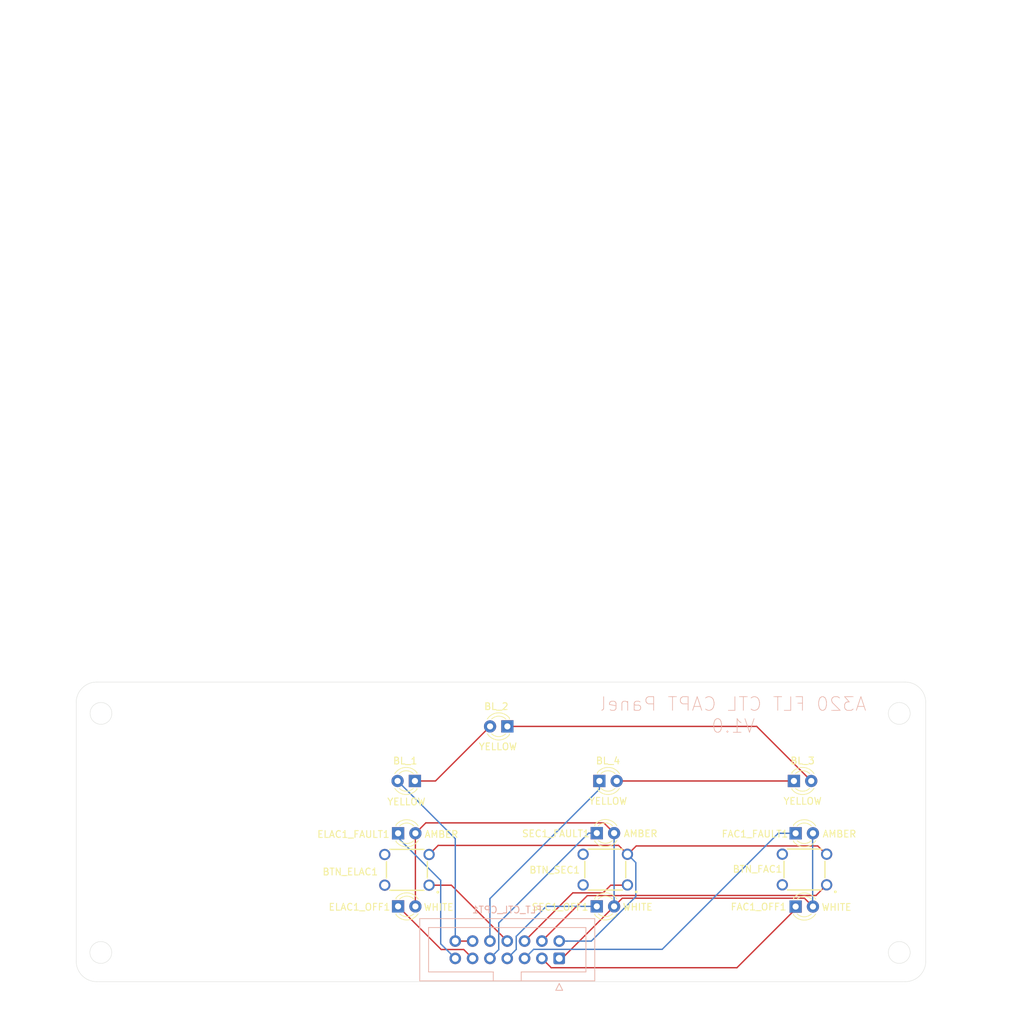
<source format=kicad_pcb>
(kicad_pcb (version 20240108) (generator "pcbnew") (generator_version "8.0")
  (title_block (title "A320 FLT CTL CAPT Panel") (date "2024-11-17") (rev "V1.0") (company "S.K."))
  (layers (0 "F.Cu" signal) (31 "B.Cu" signal) (34 "B.Paste" user) (35 "F.Paste" user) (36 "B.SilkS" user "B.Silkscreen") (37 "F.SilkS" user "F.Silkscreen") (38 "B.Mask" user) (39 "F.Mask" user) (44 "Edge.Cuts" user))
  (net 0 "")
  (net 1 "GND")
  (net 2 "12V_IN")
  (net 3 "Net-(BL_1-K)")
  (net 4 "Net-(BL_2-K)")
  (net 5 "Net-(BL_3-K)")
  (net 6 "BACKLIGHT_EXT")
  (net 7 "ELAC1_OFF")
  (net 8 "SEC1_OFF")
  (net 9 "FAC1_FAULT")
  (net 11 "BTN_ELAC1")
  (net 14 "FAC1_OFF")
  (net 16 "+5V")
  (net 17 "ELAC1_FAULT")
  (net 18 "SEC1_FAULT")
  (net 19 "BTN_FAC1")
  (net 21 "BTN_SEC1")
  (footprint "LED_THT:LED_D3.0mm" (layer "F.Cu") (at 161.29 97.3328)
    (property "Reference" "SEC1_FAULT1" (at -6.0148 0.0762 0) (layer "F.SilkS"))
    (property "Value" "AMBER" (at 6.4312 0.0762 0) (layer "F.SilkS"))
    (fp_line (start -0.29 -1.236) (end -0.29 -1.08) (stroke (width 0.12)) (layer "F.SilkS"))
    (fp_line (start -0.29 1.08) (end -0.29 1.236) (stroke (width 0.12)) (layer "F.SilkS"))
    (fp_arc (start -0.29 -1.235516) (mid 1.366487 -1.987659) (end 2.942335 -1.078608) (stroke (width 0.12)) (layer "F.SilkS"))
    (fp_arc (start 0.229039 -1.08) (mid 1.270117 -1.5) (end 2.31113 -1.079837) (stroke (width 0.12)) (layer "F.SilkS"))
    (fp_arc (start 2.31113 1.079837) (mid 1.270117 1.5) (end 0.229039 1.08) (stroke (width 0.12)) (layer "F.SilkS"))
    (fp_arc (start 2.942335 1.078608) (mid 1.366487 1.987659) (end -0.29 1.235516) (stroke (width 0.12)) (layer "F.SilkS"))
    (pad "1" thru_hole rect (at 0 0) (size 1.8 1.8) (drill 0.9) (layers "*.Cu" "*.Mask") (net 18 "SEC1_FAULT"))
    (pad "2" thru_hole circle (at 2.54 0) (size 1.8 1.8) (drill 0.9) (layers "*.Cu" "*.Mask") (net 16 "+5V"))
  )
  (footprint "LED_THT:LED_D3.0mm" (layer "F.Cu") (at 190.4442 108.1024)
    (property "Reference" "FAC1_OFF1" (at -5.4306 0.0508 0) (layer "F.SilkS"))
    (property "Value" "WHITE" (at 5.9994 0.1016 0) (layer "F.SilkS"))
    (fp_line (start -0.29 -1.236) (end -0.29 -1.08) (stroke (width 0.12)) (layer "F.SilkS"))
    (fp_line (start -0.29 1.08) (end -0.29 1.236) (stroke (width 0.12)) (layer "F.SilkS"))
    (fp_arc (start -0.29 -1.235516) (mid 1.366487 -1.987659) (end 2.942335 -1.078608) (stroke (width 0.12)) (layer "F.SilkS"))
    (fp_arc (start 0.229039 -1.08) (mid 1.270117 -1.5) (end 2.31113 -1.079837) (stroke (width 0.12)) (layer "F.SilkS"))
    (fp_arc (start 2.31113 1.079837) (mid 1.270117 1.5) (end 0.229039 1.08) (stroke (width 0.12)) (layer "F.SilkS"))
    (fp_arc (start 2.942335 1.078608) (mid 1.366487 1.987659) (end -0.29 1.235516) (stroke (width 0.12)) (layer "F.SilkS"))
    (pad "1" thru_hole rect (at 0 0) (size 1.8 1.8) (drill 0.9) (layers "*.Cu" "*.Mask") (net 14 "FAC1_OFF"))
    (pad "2" thru_hole circle (at 2.54 0) (size 1.8 1.8) (drill 0.9) (layers "*.Cu" "*.Mask") (net 16 "+5V"))
  )
  (footprint "LED_THT:LED_D3.0mm" (layer "F.Cu") (at 190.1952 89.6874)
    (property "Reference" "BL_3" (at 1.27 -2.96 0) (layer "F.SilkS"))
    (property "Value" "YELLOW" (at 1.27 2.96 0) (layer "F.SilkS"))
    (fp_line (start -0.29 -1.236) (end -0.29 -1.08) (stroke (width 0.12)) (layer "F.SilkS"))
    (fp_line (start -0.29 1.08) (end -0.29 1.236) (stroke (width 0.12)) (layer "F.SilkS"))
    (fp_arc (start -0.29 -1.235516) (mid 1.366487 -1.987659) (end 2.942335 -1.078608) (stroke (width 0.12)) (layer "F.SilkS"))
    (fp_arc (start 0.229039 -1.08) (mid 1.270117 -1.5) (end 2.31113 -1.079837) (stroke (width 0.12)) (layer "F.SilkS"))
    (fp_arc (start 2.31113 1.079837) (mid 1.270117 1.5) (end 0.229039 1.08) (stroke (width 0.12)) (layer "F.SilkS"))
    (fp_arc (start 2.942335 1.078608) (mid 1.366487 1.987659) (end -0.29 1.235516) (stroke (width 0.12)) (layer "F.SilkS"))
    (pad "1" thru_hole rect (at 0 0) (size 1.8 1.8) (drill 0.9) (layers "*.Cu" "*.Mask") (net 5 "Net-(BL_3-K)"))
    (pad "2" thru_hole circle (at 2.54 0) (size 1.8 1.8) (drill 0.9) (layers "*.Cu" "*.Mask") (net 4 "Net-(BL_2-K)"))
  )
  (footprint "LED_THT:LED_D3.0mm" (layer "F.Cu") (at 134.625 89.6874 180)
    (property "Reference" "BL_1" (at 1.4274 2.9464 0) (layer "F.SilkS"))
    (property "Value" "YELLOW" (at 1.2496 -3.048 0) (layer "F.SilkS"))
    (fp_line (start -0.29 1.08) (end -0.29 1.236) (stroke (width 0.12)) (layer "F.SilkS"))
    (fp_line (start -0.29 -1.236) (end -0.29 -1.08) (stroke (width 0.12)) (layer "F.SilkS"))
    (fp_arc (start 2.942335 1.078608) (mid 1.366487 1.987659) (end -0.29 1.235516) (stroke (width 0.12)) (layer "F.SilkS"))
    (fp_arc (start 2.31113 1.079837) (mid 1.270117 1.5) (end 0.229039 1.08) (stroke (width 0.12)) (layer "F.SilkS"))
    (fp_arc (start 0.229039 -1.08) (mid 1.270117 -1.5) (end 2.31113 -1.079837) (stroke (width 0.12)) (layer "F.SilkS"))
    (fp_arc (start -0.29 -1.235516) (mid 1.366487 -1.987659) (end 2.942335 -1.078608) (stroke (width 0.12)) (layer "F.SilkS"))
    (pad "1" thru_hole rect (at 0 0 180) (size 1.8 1.8) (drill 0.9) (layers "*.Cu" "*.Mask") (net 3 "Net-(BL_1-K)"))
    (pad "2" thru_hole circle (at 2.54 0 180) (size 1.8 1.8) (drill 0.9) (layers "*.Cu" "*.Mask") (net 2 "12V_IN"))
  )
  (footprint "LED_THT:LED_D3.0mm" (layer "F.Cu") (at 190.4442 97.3582)
    (property "Reference" "FAC1_FAULT1" (at -5.969 0.1016 0) (layer "F.SilkS"))
    (property "Value" "AMBER" (at 6.4262 0.1016 0) (layer "F.SilkS"))
    (fp_line (start -0.29 -1.236) (end -0.29 -1.08) (stroke (width 0.12)) (layer "F.SilkS"))
    (fp_line (start -0.29 1.08) (end -0.29 1.236) (stroke (width 0.12)) (layer "F.SilkS"))
    (fp_arc (start -0.29 -1.235516) (mid 1.366487 -1.987659) (end 2.942335 -1.078608) (stroke (width 0.12)) (layer "F.SilkS"))
    (fp_arc (start 0.229039 -1.08) (mid 1.270117 -1.5) (end 2.31113 -1.079837) (stroke (width 0.12)) (layer "F.SilkS"))
    (fp_arc (start 2.31113 1.079837) (mid 1.270117 1.5) (end 0.229039 1.08) (stroke (width 0.12)) (layer "F.SilkS"))
    (fp_arc (start 2.942335 1.078608) (mid 1.366487 1.987659) (end -0.29 1.235516) (stroke (width 0.12)) (layer "F.SilkS"))
    (pad "1" thru_hole rect (at 0 0) (size 1.8 1.8) (drill 0.9) (layers "*.Cu" "*.Mask") (net 9 "FAC1_FAULT"))
    (pad "2" thru_hole circle (at 2.54 0) (size 1.8 1.8) (drill 0.9) (layers "*.Cu" "*.Mask") (net 16 "+5V"))
  )
  (footprint "LED_THT:LED_D3.0mm" (layer "F.Cu") (at 148.1836 81.6864 180)
    (property "Reference" "BL_2" (at 1.6256 2.921 0) (layer "F.SilkS"))
    (property "Value" "YELLOW" (at 1.397 -2.9718 0) (layer "F.SilkS"))
    (fp_line (start -0.29 1.08) (end -0.29 1.236) (stroke (width 0.12)) (layer "F.SilkS"))
    (fp_line (start -0.29 -1.236) (end -0.29 -1.08) (stroke (width 0.12)) (layer "F.SilkS"))
    (fp_arc (start 2.942335 1.078608) (mid 1.366487 1.987659) (end -0.29 1.235516) (stroke (width 0.12)) (layer "F.SilkS"))
    (fp_arc (start 2.31113 1.079837) (mid 1.270117 1.5) (end 0.229039 1.08) (stroke (width 0.12)) (layer "F.SilkS"))
    (fp_arc (start 0.229039 -1.08) (mid 1.270117 -1.5) (end 2.31113 -1.079837) (stroke (width 0.12)) (layer "F.SilkS"))
    (fp_arc (start -0.29 -1.235516) (mid 1.366487 -1.987659) (end 2.942335 -1.078608) (stroke (width 0.12)) (layer "F.SilkS"))
    (pad "1" thru_hole rect (at 0 0 180) (size 1.8 1.8) (drill 0.9) (layers "*.Cu" "*.Mask") (net 4 "Net-(BL_2-K)"))
    (pad "2" thru_hole circle (at 2.54 0 180) (size 1.8 1.8) (drill 0.9) (layers "*.Cu" "*.Mask") (net 3 "Net-(BL_1-K)"))
  )
  (footprint "LED_THT:LED_D3.0mm" (layer "F.Cu") (at 161.29 108.077)
    (property "Reference" "SEC1_OFF1" (at -5.3798 0.1016 0) (layer "F.SilkS"))
    (property "Value" "WHITE" (at 5.9994 0.1016 0) (layer "F.SilkS"))
    (fp_line (start -0.29 -1.236) (end -0.29 -1.08) (stroke (width 0.12)) (layer "F.SilkS"))
    (fp_line (start -0.29 1.08) (end -0.29 1.236) (stroke (width 0.12)) (layer "F.SilkS"))
    (fp_arc (start -0.29 -1.235516) (mid 1.366487 -1.987659) (end 2.942335 -1.078608) (stroke (width 0.12)) (layer "F.SilkS"))
    (fp_arc (start 0.229039 -1.08) (mid 1.270117 -1.5) (end 2.31113 -1.079837) (stroke (width 0.12)) (layer "F.SilkS"))
    (fp_arc (start 2.31113 1.079837) (mid 1.270117 1.5) (end 0.229039 1.08) (stroke (width 0.12)) (layer "F.SilkS"))
    (fp_arc (start 2.942335 1.078608) (mid 1.366487 1.987659) (end -0.29 1.235516) (stroke (width 0.12)) (layer "F.SilkS"))
    (pad "1" thru_hole rect (at 0 0) (size 1.8 1.8) (drill 0.9) (layers "*.Cu" "*.Mask") (net 8 "SEC1_OFF"))
    (pad "2" thru_hole circle (at 2.54 0) (size 1.8 1.8) (drill 0.9) (layers "*.Cu" "*.Mask") (net 16 "+5V"))
  )
  (footprint "LED_THT:LED_D3.0mm" (layer "F.Cu") (at 132.1562 97.3582)
    (property "Reference" "ELAC1_FAULT1" (at -6.5532 0.1524 0) (layer "F.SilkS"))
    (property "Value" "AMBER" (at 6.35 0.1524 0) (layer "F.SilkS"))
    (fp_line (start -0.29 -1.236) (end -0.29 -1.08) (stroke (width 0.12)) (layer "F.SilkS"))
    (fp_line (start -0.29 1.08) (end -0.29 1.236) (stroke (width 0.12)) (layer "F.SilkS"))
    (fp_arc (start -0.29 -1.235516) (mid 1.366487 -1.987659) (end 2.942335 -1.078608) (stroke (width 0.12)) (layer "F.SilkS"))
    (fp_arc (start 0.229039 -1.08) (mid 1.270117 -1.5) (end 2.31113 -1.079837) (stroke (width 0.12)) (layer "F.SilkS"))
    (fp_arc (start 2.31113 1.079837) (mid 1.270117 1.5) (end 0.229039 1.08) (stroke (width 0.12)) (layer "F.SilkS"))
    (fp_arc (start 2.942335 1.078608) (mid 1.366487 1.987659) (end -0.29 1.235516) (stroke (width 0.12)) (layer "F.SilkS"))
    (pad "1" thru_hole rect (at 0 0) (size 1.8 1.8) (drill 0.9) (layers "*.Cu" "*.Mask") (net 17 "ELAC1_FAULT"))
    (pad "2" thru_hole circle (at 2.54 0) (size 1.8 1.8) (drill 0.9) (layers "*.Cu" "*.Mask") (net 16 "+5V"))
  )
  (footprint "LED_THT:LED_D3.0mm" (layer "F.Cu") (at 132.1562 108.077)
    (property "Reference" "ELAC1_OFF1" (at -5.6642 0.1016 0) (layer "F.SilkS"))
    (property "Value" "WHITE" (at 5.9436 0.127 0) (layer "F.SilkS"))
    (fp_line (start -0.29 -1.236) (end -0.29 -1.08) (stroke (width 0.12)) (layer "F.SilkS"))
    (fp_line (start -0.29 1.08) (end -0.29 1.236) (stroke (width 0.12)) (layer "F.SilkS"))
    (fp_arc (start -0.29 -1.235516) (mid 1.366487 -1.987659) (end 2.942335 -1.078608) (stroke (width 0.12)) (layer "F.SilkS"))
    (fp_arc (start 0.229039 -1.08) (mid 1.270117 -1.5) (end 2.31113 -1.079837) (stroke (width 0.12)) (layer "F.SilkS"))
    (fp_arc (start 2.31113 1.079837) (mid 1.270117 1.5) (end 0.229039 1.08) (stroke (width 0.12)) (layer "F.SilkS"))
    (fp_arc (start 2.942335 1.078608) (mid 1.366487 1.987659) (end -0.29 1.235516) (stroke (width 0.12)) (layer "F.SilkS"))
    (pad "1" thru_hole rect (at 0 0) (size 1.8 1.8) (drill 0.9) (layers "*.Cu" "*.Mask") (net 7 "ELAC1_OFF"))
    (pad "2" thru_hole circle (at 2.54 0) (size 1.8 1.8) (drill 0.9) (layers "*.Cu" "*.Mask") (net 16 "+5V"))
  )
  (footprint "SamacSys_Parts:B3F1000" (layer "F.Cu") (at 133.4516 102.7176)
    (property "Reference" "BTN_ELAC1" (at -8.3058 0.2921 0) (layer "F.SilkS"))
    (property "Value" "B3F-1055" (hide yes))
    (fp_line (start -3 -1.2) (end -3 1.2) (stroke (width 0.2)) (layer "F.SilkS"))
    (fp_line (start -2.5 -3) (end 2.5 -3) (stroke (width 0.2)) (layer "F.SilkS"))
    (fp_line (start -2.5 3) (end 2.5 3) (stroke (width 0.2)) (layer "F.SilkS"))
    (fp_line (start 3 -1.2) (end 3 1.2) (stroke (width 0.2)) (layer "F.SilkS"))
    (fp_circle (center 4.527 3.273) (end 4.527 3.37588) (stroke (width 0.2)) (fill none) (layer "F.SilkS"))
    (pad "1" thru_hole circle (at 3.25 2.25) (size 1.65 1.65) (drill 1.1) (layers "*.Cu" "*.Mask") (net 11 "BTN_ELAC1"))
    (pad "2" thru_hole circle (at -3.25 2.25) (size 1.65 1.65) (drill 1.1) (layers "*.Cu" "*.Mask"))
    (pad "3" thru_hole circle (at 3.25 -2.25) (size 1.65 1.65) (drill 1.1) (layers "*.Cu" "*.Mask") (net 1 "GND"))
    (pad "4" thru_hole circle (at -3.25 -2.25) (size 1.65 1.65) (drill 1.1) (layers "*.Cu" "*.Mask"))
  )
  (footprint "SamacSys_Parts:B3F1000" (layer "F.Cu") (at 191.7446 102.6668)
    (property "Reference" "BTN_FAC1" (at -6.8834 -0.055 0) (layer "F.SilkS"))
    (property "Value" "B3F-1055" (hide yes))
    (fp_line (start -3 -1.2) (end -3 1.2) (stroke (width 0.2)) (layer "F.SilkS"))
    (fp_line (start -2.5 -3) (end 2.5 -3) (stroke (width 0.2)) (layer "F.SilkS"))
    (fp_line (start -2.5 3) (end 2.5 3) (stroke (width 0.2)) (layer "F.SilkS"))
    (fp_line (start 3 -1.2) (end 3 1.2) (stroke (width 0.2)) (layer "F.SilkS"))
    (fp_circle (center 4.527 3.273) (end 4.527 3.37588) (stroke (width 0.2)) (fill none) (layer "F.SilkS"))
    (pad "1" thru_hole circle (at 3.25 2.25) (size 1.65 1.65) (drill 1.1) (layers "*.Cu" "*.Mask") (net 19 "BTN_FAC1"))
    (pad "2" thru_hole circle (at -3.25 2.25) (size 1.65 1.65) (drill 1.1) (layers "*.Cu" "*.Mask"))
    (pad "3" thru_hole circle (at 3.25 -2.25) (size 1.65 1.65) (drill 1.1) (layers "*.Cu" "*.Mask") (net 1 "GND"))
    (pad "4" thru_hole circle (at -3.25 -2.25) (size 1.65 1.65) (drill 1.1) (layers "*.Cu" "*.Mask"))
  )
  (footprint "SamacSys_Parts:B3F1000" (layer "F.Cu") (at 162.53736 102.68206)
    (property "Reference" "BTN_SEC1" (at -7.41956 0.06094 0) (layer "F.SilkS"))
    (property "Value" "B3F-1055" (hide yes))
    (fp_line (start -3 -1.2) (end -3 1.2) (stroke (width 0.2)) (layer "F.SilkS"))
    (fp_line (start -2.5 -3) (end 2.5 -3) (stroke (width 0.2)) (layer "F.SilkS"))
    (fp_line (start -2.5 3) (end 2.5 3) (stroke (width 0.2)) (layer "F.SilkS"))
    (fp_line (start 3 -1.2) (end 3 1.2) (stroke (width 0.2)) (layer "F.SilkS"))
    (fp_circle (center 4.527 3.273) (end 4.527 3.37588) (stroke (width 0.2)) (fill none) (layer "F.SilkS"))
    (pad "1" thru_hole circle (at 3.25 2.25) (size 1.65 1.65) (drill 1.1) (layers "*.Cu" "*.Mask") (net 21 "BTN_SEC1"))
    (pad "2" thru_hole circle (at -3.25 2.25) (size 1.65 1.65) (drill 1.1) (layers "*.Cu" "*.Mask"))
    (pad "3" thru_hole circle (at 3.25 -2.25) (size 1.65 1.65) (drill 1.1) (layers "*.Cu" "*.Mask") (net 1 "GND"))
    (pad "4" thru_hole circle (at -3.25 -2.25) (size 1.65 1.65) (drill 1.1) (layers "*.Cu" "*.Mask"))
  )
  (footprint "LED_THT:LED_D3.0mm" (layer "F.Cu") (at 161.671 89.6874)
    (property "Reference" "BL_4" (at 1.27 -2.96 0) (layer "F.SilkS"))
    (property "Value" "YELLOW" (at 1.27 2.96 0) (layer "F.SilkS"))
    (fp_line (start -0.29 -1.236) (end -0.29 -1.08) (stroke (width 0.12)) (layer "F.SilkS"))
    (fp_line (start -0.29 1.08) (end -0.29 1.236) (stroke (width 0.12)) (layer "F.SilkS"))
    (fp_arc (start -0.29 -1.235516) (mid 1.366487 -1.987659) (end 2.942335 -1.078608) (stroke (width 0.12)) (layer "F.SilkS"))
    (fp_arc (start 0.229039 -1.08) (mid 1.270117 -1.5) (end 2.31113 -1.079837) (stroke (width 0.12)) (layer "F.SilkS"))
    (fp_arc (start 2.31113 1.079837) (mid 1.270117 1.5) (end 0.229039 1.08) (stroke (width 0.12)) (layer "F.SilkS"))
    (fp_arc (start 2.942335 1.078608) (mid 1.366487 1.987659) (end -0.29 1.235516) (stroke (width 0.12)) (layer "F.SilkS"))
    (pad "1" thru_hole rect (at 0 0) (size 1.8 1.8) (drill 0.9) (layers "*.Cu" "*.Mask") (net 6 "BACKLIGHT_EXT"))
    (pad "2" thru_hole circle (at 2.54 0) (size 1.8 1.8) (drill 0.9) (layers "*.Cu" "*.Mask") (net 5 "Net-(BL_3-K)"))
  )
  (footprint "Connector_IDC:IDC-Header_2x07_P2.54mm_Vertical" (layer "B.Cu") (at 155.7832 115.702 90)
    (property "Reference" "FLT_CTL_CPT1" (at 7.117 -7.6504 0) (layer "B.SilkS") (effects (justify mirror)))
    (property "Value" "Pin Header" (hide yes))
    (fp_line (start 5.83 -20.45) (end 5.83 5.21) (stroke (width 0.12)) (layer "B.SilkS"))
    (fp_line (start -3.29 -20.45) (end 5.83 -20.45) (stroke (width 0.12)) (layer "B.SilkS"))
    (fp_line (start 4.52 -19.15) (end 4.52 3.91) (stroke (width 0.12)) (layer "B.SilkS"))
    (fp_line (start -1.98 -19.15) (end 4.52 -19.15) (stroke (width 0.12)) (layer "B.SilkS"))
    (fp_line (start -1.98 -9.67) (end -1.98 -19.15) (stroke (width 0.12)) (layer "B.SilkS"))
    (fp_line (start -1.98 -9.67) (end -1.98 -9.67) (stroke (width 0.12)) (layer "B.SilkS"))
    (fp_line (start -3.29 -9.67) (end -1.98 -9.67) (stroke (width 0.12)) (layer "B.SilkS"))
    (fp_line (start -1.98 -5.57) (end -3.29 -5.57) (stroke (width 0.12)) (layer "B.SilkS"))
    (fp_line (start -4.68 -0.5) (end -4.68 0.5) (stroke (width 0.12)) (layer "B.SilkS"))
    (fp_line (start -3.68 0) (end -4.68 -0.5) (stroke (width 0.12)) (layer "B.SilkS"))
    (fp_line (start -4.68 0.5) (end -3.68 0) (stroke (width 0.12)) (layer "B.SilkS"))
    (fp_line (start 4.52 3.91) (end -1.98 3.91) (stroke (width 0.12)) (layer "B.SilkS"))
    (fp_line (start -1.98 3.91) (end -1.98 -5.57) (stroke (width 0.12)) (layer "B.SilkS"))
    (fp_line (start 5.83 5.21) (end -3.29 5.21) (stroke (width 0.12)) (layer "B.SilkS"))
    (fp_line (start -3.29 5.21) (end -3.29 -20.45) (stroke (width 0.12)) (layer "B.SilkS"))
    (pad "1" thru_hole roundrect (at 0 0 90) (size 1.7 1.7) (drill 1) (layers "*.Cu" "*.Mask") (roundrect_rratio 0.147059) (net 16 "+5V"))
    (pad "2" thru_hole circle (at 2.54 0 90) (size 1.7 1.7) (drill 1) (layers "*.Cu" "*.Mask") (net 1 "GND"))
    (pad "3" thru_hole circle (at 0 -2.54 90) (size 1.7 1.7) (drill 1) (layers "*.Cu" "*.Mask") (net 14 "FAC1_OFF"))
    (pad "4" thru_hole circle (at 2.54 -2.54 90) (size 1.7 1.7) (drill 1) (layers "*.Cu" "*.Mask") (net 19 "BTN_FAC1"))
    (pad "5" thru_hole circle (at 0 -5.08 90) (size 1.7 1.7) (drill 1) (layers "*.Cu" "*.Mask") (net 9 "FAC1_FAULT"))
    (pad "6" thru_hole circle (at 2.54 -5.08 90) (size 1.7 1.7) (drill 1) (layers "*.Cu" "*.Mask") (net 21 "BTN_SEC1"))
    (pad "7" thru_hole circle (at 0 -7.62 90) (size 1.7 1.7) (drill 1) (layers "*.Cu" "*.Mask") (net 8 "SEC1_OFF"))
    (pad "8" thru_hole circle (at 2.54 -7.62 90) (size 1.7 1.7) (drill 1) (layers "*.Cu" "*.Mask") (net 11 "BTN_ELAC1"))
    (pad "9" thru_hole circle (at 0 -10.16 90) (size 1.7 1.7) (drill 1) (layers "*.Cu" "*.Mask") (net 18 "SEC1_FAULT"))
    (pad "10" thru_hole circle (at 2.54 -10.16 90) (size 1.7 1.7) (drill 1) (layers "*.Cu" "*.Mask") (net 6 "BACKLIGHT_EXT"))
    (pad "11" thru_hole circle (at 0 -12.7 90) (size 1.7 1.7) (drill 1) (layers "*.Cu" "*.Mask") (net 7 "ELAC1_OFF"))
    (pad "12" thru_hole circle (at 2.54 -12.7 90) (size 1.7 1.7) (drill 1) (layers "*.Cu" "*.Mask") (net 2 "12V_IN"))
    (pad "13" thru_hole circle (at 0 -15.24 90) (size 1.7 1.7) (drill 1) (layers "*.Cu" "*.Mask") (net 17 "ELAC1_FAULT"))
    (pad "14" thru_hole circle (at 2.54 -15.24 90) (size 1.7 1.7) (drill 1) (layers "*.Cu" "*.Mask") (net 2 "12V_IN"))
  )
  (gr_arc (start 87.963 119.1106) (mid 85.84168 118.23192) (end 84.963 116.1106) (stroke (width 0.05)) (layer "Edge.Cuts"))
  (gr_arc (start 209.5246 116.1106) (mid 208.64592 118.23192) (end 206.5246 119.1106) (stroke (width 0.05)) (layer "Edge.Cuts"))
  (gr_line (start 206.5246 119.1106) (end 87.963 119.1106) (stroke (width 0.05)) (layer "Edge.Cuts"))
  (gr_line (start 209.5246 78.184) (end 209.5246 116.1106) (stroke (width 0.05)) (layer "Edge.Cuts"))
  (gr_circle (center 88.5698 114.8334) (end 90.1698 114.8334) (stroke (width 0.05)) (fill none) (layer "Edge.Cuts"))
  (gr_circle (center 88.5952 79.781) (end 90.1952 79.781) (stroke (width 0.05)) (fill none) (layer "Edge.Cuts"))
  (gr_line (start 84.963 116.1106) (end 84.963 78.184) (stroke (width 0.05)) (layer "Edge.Cuts"))
  (gr_line (start 87.963 75.184) (end 206.5246 75.184) (stroke (width 0.05)) (layer "Edge.Cuts"))
  (gr_arc (start 84.963 78.184) (mid 85.84168 76.06268) (end 87.963 75.184) (stroke (width 0.05)) (layer "Edge.Cuts"))
  (gr_arc (start 206.5246 75.184) (mid 208.64592 76.06268) (end 209.5246 78.184) (stroke (width 0.05)) (layer "Edge.Cuts"))
  (gr_circle (center 205.6388 79.781) (end 207.2388 79.781) (stroke (width 0.05)) (fill none) (layer "Edge.Cuts"))
  (gr_circle (center 205.6388 114.8334) (end 207.2388 114.8334) (stroke (width 0.05)) (fill none) (layer "Edge.Cuts"))
  (gr_text "${TITLE}\n${REVISION}" (at 181.3 82.8 0) (layer "B.SilkS") (effects (font (size 2 2) (thickness 0.1)) (justify bottom mirror)))
  (segment (start 138.033 99.1362) (end 164.4913 99.1362) (width 0.2) (layer "F.Cu") (net 1))
  (segment (start 164.4913 99.1362) (end 165.8227 100.4676) (width 0.2) (layer "F.Cu") (net 1))
  (segment (start 193.6886 99.2124) (end 194.9438 100.4676) (width 0.2) (layer "F.Cu") (net 1))
  (segment (start 136.7016 100.4676) (end 138.033 99.1362) (width 0.2) (layer "F.Cu") (net 1))
  (segment (start 165.8227 100.4676) (end 167.0779 99.2124) (width 0.2) (layer "F.Cu") (net 1))
  (segment (start 167.0779 99.2124) (end 193.6886 99.2124) (width 0.2) (layer "F.Cu") (net 1))
  (segment (start 167.0144 101.6593) (end 167.0144 106.6412) (width 0.2) (layer "B.Cu") (net 1))
  (segment (start 165.8227 100.4676) (end 167.0144 101.6593) (width 0.2) (layer "B.Cu") (net 1))
  (segment (start 156.9349 113.1619) (end 156.9349 113.162) (width 0.2) (layer "B.Cu") (net 1))
  (segment (start 155.7832 113.162) (end 156.9349 113.162) (width 0.2) (layer "B.Cu") (net 1))
  (segment (start 160.4937 113.1619) (end 156.9349 113.1619) (width 0.2) (layer "B.Cu") (net 1))
  (segment (start 167.0144 106.6412) (end 160.4937 113.1619) (width 0.2) (layer "B.Cu") (net 1))
  (segment (start 140.5432 113.162) (end 143.0832 113.162) (width 0.2) (layer "F.Cu") (net 2))
  (segment (start 140.5432 98.1456) (end 140.5432 113.162) (width 0.2) (layer "B.Cu") (net 2))
  (segment (start 132.085 89.6874) (end 140.5432 98.1456) (width 0.2) (layer "B.Cu") (net 2))
  (segment (start 137.6426 89.6874) (end 145.6436 81.6864) (width 0.2) (layer "F.Cu") (net 3))
  (segment (start 134.625 89.6874) (end 137.6426 89.6874) (width 0.2) (layer "F.Cu") (net 3))
  (segment (start 184.7342 81.6864) (end 192.7352 89.6874) (width 0.2) (layer "F.Cu") (net 4))
  (segment (start 148.1836 81.6864) (end 184.7342 81.6864) (width 0.2) (layer "F.Cu") (net 4))
  (segment (start 164.211 89.6874) (end 190.1952 89.6874) (width 0.2) (layer "F.Cu") (net 5))
  (segment (start 161.671 90.8891) (end 145.6232 106.9369) (width 0.2) (layer "B.Cu") (net 6))
  (segment (start 145.6232 106.9369) (end 145.6232 113.162) (width 0.2) (layer "B.Cu") (net 6))
  (segment (start 161.671 89.6874) (end 161.671 90.8891) (width 0.2) (layer "B.Cu") (net 6))
  (segment (start 143.0832 115.702) (end 141.7828 114.4016) (width 0.2) (layer "F.Cu") (net 7))
  (segment (start 141.7828 114.4016) (end 138.4808 114.4016) (width 0.2) (layer "F.Cu") (net 7))
  (segment (start 138.4808 114.4016) (end 132.1562 108.077) (width 0.2) (layer "F.Cu") (net 7))
  (segment (start 149.479 114.3862) (end 149.479 112.4712) (width 0.2) (layer "B.Cu") (net 8))
  (segment (start 149.479 112.4712) (end 153.8732 108.077) (width 0.2) (layer "B.Cu") (net 8))
  (segment (start 153.8732 108.077) (end 161.29 108.077) (width 0.2) (layer "B.Cu") (net 8))
  (segment (start 148.1632 115.702) (end 149.479 114.3862) (width 0.2) (layer "B.Cu") (net 8))
  (segment (start 170.8763 114.3762) (end 152.029 114.3762) (width 0.2) (layer "B.Cu") (net 9))
  (segment (start 187.8943 97.3582) (end 170.8763 114.3762) (width 0.2) (layer "B.Cu") (net 9))
  (segment (start 190.3984 97.3582) (end 187.8943 97.3582) (width 0.2) (layer "B.Cu") (net 9))
  (segment (start 152.029 114.3762) (end 150.7032 115.702) (width 0.2) (layer "B.Cu") (net 9))
  (segment (start 136.7016 104.9676) (end 139.9688 104.9676) (width 0.2) (layer "F.Cu") (net 11))
  (segment (start 139.9688 104.9676) (end 148.1632 113.162) (width 0.2) (layer "F.Cu") (net 11))
  (segment (start 154.6098 117.0686) (end 181.8386 117.0686) (width 0.2) (layer "F.Cu") (net 14))
  (segment (start 153.2432 115.702) (end 154.6098 117.0686) (width 0.2) (layer "F.Cu") (net 14))
  (segment (start 181.8386 117.0686) (end 190.3984 108.5088) (width 0.2) (layer "F.Cu") (net 14))
  (segment (start 162.3314 95.8342) (end 163.83 97.3328) (width 0.2) (layer "F.Cu") (net 16))
  (segment (start 163.83 108.077) (end 165.0317 106.8753) (width 0.2) (layer "F.Cu") (net 16))
  (segment (start 163.83 108.077) (end 156.205 115.702) (width 0.2) (layer "F.Cu") (net 16))
  (segment (start 134.6962 97.3582) (end 136.2202 95.8342) (width 0.2) (layer "F.Cu") (net 16))
  (segment (start 191.7367 106.8753) (end 192.9384 108.077) (width 0.2) (layer "F.Cu") (net 16))
  (segment (start 134.6962 97.3582) (end 134.6962 108.077) (width 0.2) (layer "F.Cu") (net 16))
  (segment (start 136.2202 95.8342) (end 162.3314 95.8342) (width 0.2) (layer "F.Cu") (net 16))
  (segment (start 165.0317 106.8753) (end 191.7367 106.8753) (width 0.2) (layer "F.Cu") (net 16))
  (segment (start 192.9384 97.3582) (end 192.9384 108.077) (width 0.2) (layer "B.Cu") (net 16))
  (segment (start 163.83 97.3328) (end 163.83 108.077) (width 0.2) (layer "B.Cu") (net 16))
  (segment (start 140.5432 115.702) (end 138.4046 113.5634) (width 0.2) (layer "B.Cu") (net 17))
  (segment (start 138.4046 104.267) (end 132.1562 98.0186) (width 0.2) (layer "B.Cu") (net 17))
  (segment (start 138.4046 113.5634) (end 138.4046 104.267) (width 0.2) (layer "B.Cu") (net 17))
  (segment (start 160.0883 97.3328) (end 161.29 97.3328) (width 0.2) (layer "B.Cu") (net 18))
  (segment (start 145.6232 115.702) (end 146.9136 114.4116) (width 0.2) (layer "B.Cu") (net 18))
  (segment (start 146.9136 114.4116) (end 146.9136 110.5075) (width 0.2) (layer "B.Cu") (net 18))
  (segment (start 146.9136 110.5075) (end 160.0883 97.3328) (width 0.2) (layer "B.Cu") (net 18))
  (segment (start 159.9108 106.4944) (end 164.846914 106.4944) (width 0.2) (layer "F.Cu") (net 19))
  (segment (start 194.9438 104.9676) (end 193.4361 106.4753) (width 0.2) (layer "F.Cu") (net 19))
  (segment (start 164.866014 106.4753) (end 164.846914 106.4944) (width 0.2) (layer "F.Cu") (net 19))
  (segment (start 193.4361 106.4753) (end 164.866014 106.4753) (width 0.2) (layer "F.Cu") (net 19))
  (segment (start 159.9108 106.4944) (end 153.2432 113.162) (width 0.2) (layer "F.Cu") (net 19))
  (segment (start 157.7708 106.0944) (end 150.7032 113.162) (width 0.2) (layer "F.Cu") (net 21))
  (segment (start 162.2132 106.0944) (end 157.7708 106.0944) (width 0.2) (layer "F.Cu") (net 21))
  (segment (start 163.34 104.9676) (end 165.8227 104.9676) (width 0.2) (layer "F.Cu") (net 21))
  (segment (start 162.2132 106.0944) (end 163.34 104.9676) (width 0.2) (layer "F.Cu") (net 21))
)
</source>
